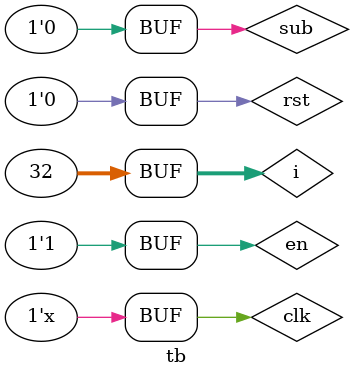
<source format=v>
`timescale 1ns / 1ps

module tb();

    // for my IP
    reg [32-1:0] ain;
    reg [32-1:0] bin;
    reg [32-1:0] cin;
    reg rst;
    reg clk;
    reg en;
    reg sub;
    wire [64-1:0] res;
    
    // for test
    integer i;
    // random test vector generation
    initial begin
            clk <= 0;
            rst <= 0;
            sub <= 0;
            en <= 1;
        for(i=0; i<32; i=i+1) begin
            ain = $urandom%(2**31);
            bin = $urandom%(2**31);
            cin = $urandom%(2**31);
            #10;
        end
    end
    
    always #5 clk = ~clk;
    
    xbip_multadd_0 UUT(
        .CLK(clk),
        .CE(en),
        .SCLR(rst),
        .SUBTRACT(sub),
        .A(ain),
        .B(bin),
        .C(cin),
        .P(res)
    );
    
endmodule
</source>
